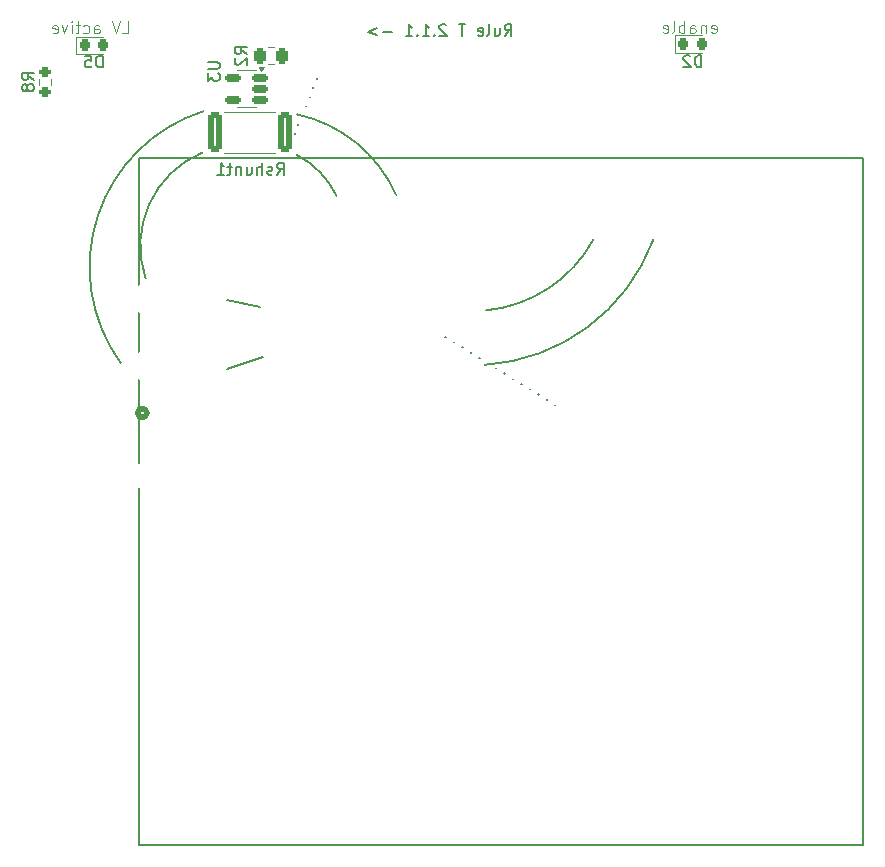
<source format=gbr>
%TF.GenerationSoftware,KiCad,Pcbnew,8.0.6*%
%TF.CreationDate,2025-02-06T23:23:14+01:00*%
%TF.ProjectId,TDK_DCDC_pcb,54444b5f-4443-4444-935f-7063622e6b69,rev?*%
%TF.SameCoordinates,Original*%
%TF.FileFunction,Legend,Bot*%
%TF.FilePolarity,Positive*%
%FSLAX46Y46*%
G04 Gerber Fmt 4.6, Leading zero omitted, Abs format (unit mm)*
G04 Created by KiCad (PCBNEW 8.0.6) date 2025-02-06 23:23:14*
%MOMM*%
%LPD*%
G01*
G04 APERTURE LIST*
G04 Aperture macros list*
%AMRoundRect*
0 Rectangle with rounded corners*
0 $1 Rounding radius*
0 $2 $3 $4 $5 $6 $7 $8 $9 X,Y pos of 4 corners*
0 Add a 4 corners polygon primitive as box body*
4,1,4,$2,$3,$4,$5,$6,$7,$8,$9,$2,$3,0*
0 Add four circle primitives for the rounded corners*
1,1,$1+$1,$2,$3*
1,1,$1+$1,$4,$5*
1,1,$1+$1,$6,$7*
1,1,$1+$1,$8,$9*
0 Add four rect primitives between the rounded corners*
20,1,$1+$1,$2,$3,$4,$5,0*
20,1,$1+$1,$4,$5,$6,$7,0*
20,1,$1+$1,$6,$7,$8,$9,0*
20,1,$1+$1,$8,$9,$2,$3,0*%
%AMRotRect*
0 Rectangle, with rotation*
0 The origin of the aperture is its center*
0 $1 length*
0 $2 width*
0 $3 Rotation angle, in degrees counterclockwise*
0 Add horizontal line*
21,1,$1,$2,0,0,$3*%
G04 Aperture macros list end*
%ADD10C,0.200000*%
%ADD11C,0.100000*%
%ADD12C,0.150000*%
%ADD13C,0.508000*%
%ADD14C,0.152400*%
%ADD15C,0.120000*%
%ADD16C,1.500000*%
%ADD17RotRect,2.400000X2.400000X135.000000*%
%ADD18C,2.400000*%
%ADD19R,2.000000X2.000000*%
%ADD20C,2.000000*%
%ADD21C,7.400000*%
%ADD22RotRect,2.400000X2.400000X45.000000*%
%ADD23C,2.540000*%
%ADD24R,2.400000X2.400000*%
%ADD25C,3.048000*%
%ADD26C,2.362200*%
%ADD27R,1.752600X1.752600*%
%ADD28R,2.768600X2.768600*%
%ADD29RoundRect,0.200000X-0.275000X0.200000X-0.275000X-0.200000X0.275000X-0.200000X0.275000X0.200000X0*%
%ADD30RoundRect,0.218750X-0.218750X-0.256250X0.218750X-0.256250X0.218750X0.256250X-0.218750X0.256250X0*%
%ADD31RoundRect,0.250000X-0.262500X-0.450000X0.262500X-0.450000X0.262500X0.450000X-0.262500X0.450000X0*%
%ADD32RoundRect,0.150000X0.512500X0.150000X-0.512500X0.150000X-0.512500X-0.150000X0.512500X-0.150000X0*%
%ADD33RoundRect,0.250000X0.362500X1.425000X-0.362500X1.425000X-0.362500X-1.425000X0.362500X-1.425000X0*%
G04 APERTURE END LIST*
D10*
X113894676Y-83241658D02*
G75*
G02*
X118700002Y-72584182I8105324J2757478D01*
G01*
X151799286Y-79966623D02*
G75*
G02*
X142716882Y-85948983I-10200086J5600123D01*
G01*
X126730000Y-69360000D02*
G75*
G02*
X135099957Y-76180019I-2497200J-11610800D01*
G01*
X126698362Y-72787327D02*
G75*
G02*
X130060001Y-76260000I-3521762J-6772573D01*
G01*
X123600000Y-85684177D02*
X120800000Y-85084177D01*
X148590000Y-93960000D02*
X148556026Y-93938886D01*
X147876555Y-93516608D02*
X147842582Y-93495494D01*
X147163111Y-93073216D02*
X147129137Y-93052102D01*
X146449666Y-92629824D02*
X146415692Y-92608710D01*
X145736221Y-92186431D02*
X145702247Y-92165318D01*
X145022776Y-91743039D02*
X144988803Y-91721925D01*
X144309332Y-91299647D02*
X144275358Y-91278533D01*
X143595887Y-90856255D02*
X143561913Y-90835141D01*
X142882442Y-90412863D02*
X142848468Y-90391749D01*
X142168997Y-89969471D02*
X142135024Y-89948357D01*
X141455553Y-89526079D02*
X141421579Y-89504965D01*
X140742108Y-89082686D02*
X140708134Y-89061572D01*
X140028663Y-88639294D02*
X139994689Y-88618180D01*
X139315218Y-88195902D02*
X139281245Y-88174788D01*
X123800000Y-89884177D02*
X120800000Y-90884177D01*
X156877327Y-79967409D02*
G75*
G02*
X142581898Y-90563771I-15300027J5700009D01*
G01*
X126500000Y-71000000D02*
X126515234Y-70963014D01*
X126819907Y-70223302D02*
X126835141Y-70186317D01*
X127139814Y-69446605D02*
X127155048Y-69409619D01*
X127459722Y-68669907D02*
X127474955Y-68632921D01*
X127779629Y-67893209D02*
X127794862Y-67856223D01*
X128099536Y-67116511D02*
X128114770Y-67079526D01*
X128419443Y-66339814D02*
X128434677Y-66302828D01*
X111790000Y-90410000D02*
G75*
G02*
X118799999Y-69084173I11203240J8132430D01*
G01*
D11*
X111919925Y-62472419D02*
X112396115Y-62472419D01*
X112396115Y-62472419D02*
X112396115Y-61472419D01*
X111729448Y-61472419D02*
X111396115Y-62472419D01*
X111396115Y-62472419D02*
X111062782Y-61472419D01*
X109538972Y-62472419D02*
X109538972Y-61948609D01*
X109538972Y-61948609D02*
X109586591Y-61853371D01*
X109586591Y-61853371D02*
X109681829Y-61805752D01*
X109681829Y-61805752D02*
X109872305Y-61805752D01*
X109872305Y-61805752D02*
X109967543Y-61853371D01*
X109538972Y-62424800D02*
X109634210Y-62472419D01*
X109634210Y-62472419D02*
X109872305Y-62472419D01*
X109872305Y-62472419D02*
X109967543Y-62424800D01*
X109967543Y-62424800D02*
X110015162Y-62329561D01*
X110015162Y-62329561D02*
X110015162Y-62234323D01*
X110015162Y-62234323D02*
X109967543Y-62139085D01*
X109967543Y-62139085D02*
X109872305Y-62091466D01*
X109872305Y-62091466D02*
X109634210Y-62091466D01*
X109634210Y-62091466D02*
X109538972Y-62043847D01*
X108634210Y-62424800D02*
X108729448Y-62472419D01*
X108729448Y-62472419D02*
X108919924Y-62472419D01*
X108919924Y-62472419D02*
X109015162Y-62424800D01*
X109015162Y-62424800D02*
X109062781Y-62377180D01*
X109062781Y-62377180D02*
X109110400Y-62281942D01*
X109110400Y-62281942D02*
X109110400Y-61996228D01*
X109110400Y-61996228D02*
X109062781Y-61900990D01*
X109062781Y-61900990D02*
X109015162Y-61853371D01*
X109015162Y-61853371D02*
X108919924Y-61805752D01*
X108919924Y-61805752D02*
X108729448Y-61805752D01*
X108729448Y-61805752D02*
X108634210Y-61853371D01*
X108348495Y-61805752D02*
X107967543Y-61805752D01*
X108205638Y-61472419D02*
X108205638Y-62329561D01*
X108205638Y-62329561D02*
X108158019Y-62424800D01*
X108158019Y-62424800D02*
X108062781Y-62472419D01*
X108062781Y-62472419D02*
X107967543Y-62472419D01*
X107634209Y-62472419D02*
X107634209Y-61805752D01*
X107634209Y-61472419D02*
X107681828Y-61520038D01*
X107681828Y-61520038D02*
X107634209Y-61567657D01*
X107634209Y-61567657D02*
X107586590Y-61520038D01*
X107586590Y-61520038D02*
X107634209Y-61472419D01*
X107634209Y-61472419D02*
X107634209Y-61567657D01*
X107253257Y-61805752D02*
X107015162Y-62472419D01*
X107015162Y-62472419D02*
X106777067Y-61805752D01*
X106015162Y-62424800D02*
X106110400Y-62472419D01*
X106110400Y-62472419D02*
X106300876Y-62472419D01*
X106300876Y-62472419D02*
X106396114Y-62424800D01*
X106396114Y-62424800D02*
X106443733Y-62329561D01*
X106443733Y-62329561D02*
X106443733Y-61948609D01*
X106443733Y-61948609D02*
X106396114Y-61853371D01*
X106396114Y-61853371D02*
X106300876Y-61805752D01*
X106300876Y-61805752D02*
X106110400Y-61805752D01*
X106110400Y-61805752D02*
X106015162Y-61853371D01*
X106015162Y-61853371D02*
X105967543Y-61948609D01*
X105967543Y-61948609D02*
X105967543Y-62043847D01*
X105967543Y-62043847D02*
X106443733Y-62139085D01*
D12*
X144291792Y-62719819D02*
X144625125Y-62243628D01*
X144863220Y-62719819D02*
X144863220Y-61719819D01*
X144863220Y-61719819D02*
X144482268Y-61719819D01*
X144482268Y-61719819D02*
X144387030Y-61767438D01*
X144387030Y-61767438D02*
X144339411Y-61815057D01*
X144339411Y-61815057D02*
X144291792Y-61910295D01*
X144291792Y-61910295D02*
X144291792Y-62053152D01*
X144291792Y-62053152D02*
X144339411Y-62148390D01*
X144339411Y-62148390D02*
X144387030Y-62196009D01*
X144387030Y-62196009D02*
X144482268Y-62243628D01*
X144482268Y-62243628D02*
X144863220Y-62243628D01*
X143434649Y-62053152D02*
X143434649Y-62719819D01*
X143863220Y-62053152D02*
X143863220Y-62576961D01*
X143863220Y-62576961D02*
X143815601Y-62672200D01*
X143815601Y-62672200D02*
X143720363Y-62719819D01*
X143720363Y-62719819D02*
X143577506Y-62719819D01*
X143577506Y-62719819D02*
X143482268Y-62672200D01*
X143482268Y-62672200D02*
X143434649Y-62624580D01*
X142815601Y-62719819D02*
X142910839Y-62672200D01*
X142910839Y-62672200D02*
X142958458Y-62576961D01*
X142958458Y-62576961D02*
X142958458Y-61719819D01*
X142053696Y-62672200D02*
X142148934Y-62719819D01*
X142148934Y-62719819D02*
X142339410Y-62719819D01*
X142339410Y-62719819D02*
X142434648Y-62672200D01*
X142434648Y-62672200D02*
X142482267Y-62576961D01*
X142482267Y-62576961D02*
X142482267Y-62196009D01*
X142482267Y-62196009D02*
X142434648Y-62100771D01*
X142434648Y-62100771D02*
X142339410Y-62053152D01*
X142339410Y-62053152D02*
X142148934Y-62053152D01*
X142148934Y-62053152D02*
X142053696Y-62100771D01*
X142053696Y-62100771D02*
X142006077Y-62196009D01*
X142006077Y-62196009D02*
X142006077Y-62291247D01*
X142006077Y-62291247D02*
X142482267Y-62386485D01*
X140958457Y-61719819D02*
X140387029Y-61719819D01*
X140672743Y-62719819D02*
X140672743Y-61719819D01*
X139339409Y-61815057D02*
X139291790Y-61767438D01*
X139291790Y-61767438D02*
X139196552Y-61719819D01*
X139196552Y-61719819D02*
X138958457Y-61719819D01*
X138958457Y-61719819D02*
X138863219Y-61767438D01*
X138863219Y-61767438D02*
X138815600Y-61815057D01*
X138815600Y-61815057D02*
X138767981Y-61910295D01*
X138767981Y-61910295D02*
X138767981Y-62005533D01*
X138767981Y-62005533D02*
X138815600Y-62148390D01*
X138815600Y-62148390D02*
X139387028Y-62719819D01*
X139387028Y-62719819D02*
X138767981Y-62719819D01*
X138339409Y-62624580D02*
X138291790Y-62672200D01*
X138291790Y-62672200D02*
X138339409Y-62719819D01*
X138339409Y-62719819D02*
X138387028Y-62672200D01*
X138387028Y-62672200D02*
X138339409Y-62624580D01*
X138339409Y-62624580D02*
X138339409Y-62719819D01*
X137339410Y-62719819D02*
X137910838Y-62719819D01*
X137625124Y-62719819D02*
X137625124Y-61719819D01*
X137625124Y-61719819D02*
X137720362Y-61862676D01*
X137720362Y-61862676D02*
X137815600Y-61957914D01*
X137815600Y-61957914D02*
X137910838Y-62005533D01*
X136910838Y-62624580D02*
X136863219Y-62672200D01*
X136863219Y-62672200D02*
X136910838Y-62719819D01*
X136910838Y-62719819D02*
X136958457Y-62672200D01*
X136958457Y-62672200D02*
X136910838Y-62624580D01*
X136910838Y-62624580D02*
X136910838Y-62719819D01*
X135910839Y-62719819D02*
X136482267Y-62719819D01*
X136196553Y-62719819D02*
X136196553Y-61719819D01*
X136196553Y-61719819D02*
X136291791Y-61862676D01*
X136291791Y-61862676D02*
X136387029Y-61957914D01*
X136387029Y-61957914D02*
X136482267Y-62005533D01*
X134720362Y-62338866D02*
X133958458Y-62338866D01*
X133482267Y-62053152D02*
X132720363Y-62338866D01*
X132720363Y-62338866D02*
X133482267Y-62624580D01*
D11*
X161805163Y-62414800D02*
X161900401Y-62462419D01*
X161900401Y-62462419D02*
X162090877Y-62462419D01*
X162090877Y-62462419D02*
X162186115Y-62414800D01*
X162186115Y-62414800D02*
X162233734Y-62319561D01*
X162233734Y-62319561D02*
X162233734Y-61938609D01*
X162233734Y-61938609D02*
X162186115Y-61843371D01*
X162186115Y-61843371D02*
X162090877Y-61795752D01*
X162090877Y-61795752D02*
X161900401Y-61795752D01*
X161900401Y-61795752D02*
X161805163Y-61843371D01*
X161805163Y-61843371D02*
X161757544Y-61938609D01*
X161757544Y-61938609D02*
X161757544Y-62033847D01*
X161757544Y-62033847D02*
X162233734Y-62129085D01*
X161328972Y-61795752D02*
X161328972Y-62462419D01*
X161328972Y-61890990D02*
X161281353Y-61843371D01*
X161281353Y-61843371D02*
X161186115Y-61795752D01*
X161186115Y-61795752D02*
X161043258Y-61795752D01*
X161043258Y-61795752D02*
X160948020Y-61843371D01*
X160948020Y-61843371D02*
X160900401Y-61938609D01*
X160900401Y-61938609D02*
X160900401Y-62462419D01*
X159995639Y-62462419D02*
X159995639Y-61938609D01*
X159995639Y-61938609D02*
X160043258Y-61843371D01*
X160043258Y-61843371D02*
X160138496Y-61795752D01*
X160138496Y-61795752D02*
X160328972Y-61795752D01*
X160328972Y-61795752D02*
X160424210Y-61843371D01*
X159995639Y-62414800D02*
X160090877Y-62462419D01*
X160090877Y-62462419D02*
X160328972Y-62462419D01*
X160328972Y-62462419D02*
X160424210Y-62414800D01*
X160424210Y-62414800D02*
X160471829Y-62319561D01*
X160471829Y-62319561D02*
X160471829Y-62224323D01*
X160471829Y-62224323D02*
X160424210Y-62129085D01*
X160424210Y-62129085D02*
X160328972Y-62081466D01*
X160328972Y-62081466D02*
X160090877Y-62081466D01*
X160090877Y-62081466D02*
X159995639Y-62033847D01*
X159519448Y-62462419D02*
X159519448Y-61462419D01*
X159519448Y-61843371D02*
X159424210Y-61795752D01*
X159424210Y-61795752D02*
X159233734Y-61795752D01*
X159233734Y-61795752D02*
X159138496Y-61843371D01*
X159138496Y-61843371D02*
X159090877Y-61890990D01*
X159090877Y-61890990D02*
X159043258Y-61986228D01*
X159043258Y-61986228D02*
X159043258Y-62271942D01*
X159043258Y-62271942D02*
X159090877Y-62367180D01*
X159090877Y-62367180D02*
X159138496Y-62414800D01*
X159138496Y-62414800D02*
X159233734Y-62462419D01*
X159233734Y-62462419D02*
X159424210Y-62462419D01*
X159424210Y-62462419D02*
X159519448Y-62414800D01*
X158471829Y-62462419D02*
X158567067Y-62414800D01*
X158567067Y-62414800D02*
X158614686Y-62319561D01*
X158614686Y-62319561D02*
X158614686Y-61462419D01*
X157709924Y-62414800D02*
X157805162Y-62462419D01*
X157805162Y-62462419D02*
X157995638Y-62462419D01*
X157995638Y-62462419D02*
X158090876Y-62414800D01*
X158090876Y-62414800D02*
X158138495Y-62319561D01*
X158138495Y-62319561D02*
X158138495Y-61938609D01*
X158138495Y-61938609D02*
X158090876Y-61843371D01*
X158090876Y-61843371D02*
X157995638Y-61795752D01*
X157995638Y-61795752D02*
X157805162Y-61795752D01*
X157805162Y-61795752D02*
X157709924Y-61843371D01*
X157709924Y-61843371D02*
X157662305Y-61938609D01*
X157662305Y-61938609D02*
X157662305Y-62033847D01*
X157662305Y-62033847D02*
X158138495Y-62129085D01*
D12*
X104424819Y-66433333D02*
X103948628Y-66100000D01*
X104424819Y-65861905D02*
X103424819Y-65861905D01*
X103424819Y-65861905D02*
X103424819Y-66242857D01*
X103424819Y-66242857D02*
X103472438Y-66338095D01*
X103472438Y-66338095D02*
X103520057Y-66385714D01*
X103520057Y-66385714D02*
X103615295Y-66433333D01*
X103615295Y-66433333D02*
X103758152Y-66433333D01*
X103758152Y-66433333D02*
X103853390Y-66385714D01*
X103853390Y-66385714D02*
X103901009Y-66338095D01*
X103901009Y-66338095D02*
X103948628Y-66242857D01*
X103948628Y-66242857D02*
X103948628Y-65861905D01*
X103853390Y-67004762D02*
X103805771Y-66909524D01*
X103805771Y-66909524D02*
X103758152Y-66861905D01*
X103758152Y-66861905D02*
X103662914Y-66814286D01*
X103662914Y-66814286D02*
X103615295Y-66814286D01*
X103615295Y-66814286D02*
X103520057Y-66861905D01*
X103520057Y-66861905D02*
X103472438Y-66909524D01*
X103472438Y-66909524D02*
X103424819Y-67004762D01*
X103424819Y-67004762D02*
X103424819Y-67195238D01*
X103424819Y-67195238D02*
X103472438Y-67290476D01*
X103472438Y-67290476D02*
X103520057Y-67338095D01*
X103520057Y-67338095D02*
X103615295Y-67385714D01*
X103615295Y-67385714D02*
X103662914Y-67385714D01*
X103662914Y-67385714D02*
X103758152Y-67338095D01*
X103758152Y-67338095D02*
X103805771Y-67290476D01*
X103805771Y-67290476D02*
X103853390Y-67195238D01*
X103853390Y-67195238D02*
X103853390Y-67004762D01*
X103853390Y-67004762D02*
X103901009Y-66909524D01*
X103901009Y-66909524D02*
X103948628Y-66861905D01*
X103948628Y-66861905D02*
X104043866Y-66814286D01*
X104043866Y-66814286D02*
X104234342Y-66814286D01*
X104234342Y-66814286D02*
X104329580Y-66861905D01*
X104329580Y-66861905D02*
X104377200Y-66909524D01*
X104377200Y-66909524D02*
X104424819Y-67004762D01*
X104424819Y-67004762D02*
X104424819Y-67195238D01*
X104424819Y-67195238D02*
X104377200Y-67290476D01*
X104377200Y-67290476D02*
X104329580Y-67338095D01*
X104329580Y-67338095D02*
X104234342Y-67385714D01*
X104234342Y-67385714D02*
X104043866Y-67385714D01*
X104043866Y-67385714D02*
X103948628Y-67338095D01*
X103948628Y-67338095D02*
X103901009Y-67290476D01*
X103901009Y-67290476D02*
X103853390Y-67195238D01*
X160950593Y-65354819D02*
X160950593Y-64354819D01*
X160950593Y-64354819D02*
X160712498Y-64354819D01*
X160712498Y-64354819D02*
X160569641Y-64402438D01*
X160569641Y-64402438D02*
X160474403Y-64497676D01*
X160474403Y-64497676D02*
X160426784Y-64592914D01*
X160426784Y-64592914D02*
X160379165Y-64783390D01*
X160379165Y-64783390D02*
X160379165Y-64926247D01*
X160379165Y-64926247D02*
X160426784Y-65116723D01*
X160426784Y-65116723D02*
X160474403Y-65211961D01*
X160474403Y-65211961D02*
X160569641Y-65307200D01*
X160569641Y-65307200D02*
X160712498Y-65354819D01*
X160712498Y-65354819D02*
X160950593Y-65354819D01*
X159998212Y-64450057D02*
X159950593Y-64402438D01*
X159950593Y-64402438D02*
X159855355Y-64354819D01*
X159855355Y-64354819D02*
X159617260Y-64354819D01*
X159617260Y-64354819D02*
X159522022Y-64402438D01*
X159522022Y-64402438D02*
X159474403Y-64450057D01*
X159474403Y-64450057D02*
X159426784Y-64545295D01*
X159426784Y-64545295D02*
X159426784Y-64640533D01*
X159426784Y-64640533D02*
X159474403Y-64783390D01*
X159474403Y-64783390D02*
X160045831Y-65354819D01*
X160045831Y-65354819D02*
X159426784Y-65354819D01*
X122454819Y-64217510D02*
X121978628Y-63884177D01*
X122454819Y-63646082D02*
X121454819Y-63646082D01*
X121454819Y-63646082D02*
X121454819Y-64027034D01*
X121454819Y-64027034D02*
X121502438Y-64122272D01*
X121502438Y-64122272D02*
X121550057Y-64169891D01*
X121550057Y-64169891D02*
X121645295Y-64217510D01*
X121645295Y-64217510D02*
X121788152Y-64217510D01*
X121788152Y-64217510D02*
X121883390Y-64169891D01*
X121883390Y-64169891D02*
X121931009Y-64122272D01*
X121931009Y-64122272D02*
X121978628Y-64027034D01*
X121978628Y-64027034D02*
X121978628Y-63646082D01*
X121550057Y-64598463D02*
X121502438Y-64646082D01*
X121502438Y-64646082D02*
X121454819Y-64741320D01*
X121454819Y-64741320D02*
X121454819Y-64979415D01*
X121454819Y-64979415D02*
X121502438Y-65074653D01*
X121502438Y-65074653D02*
X121550057Y-65122272D01*
X121550057Y-65122272D02*
X121645295Y-65169891D01*
X121645295Y-65169891D02*
X121740533Y-65169891D01*
X121740533Y-65169891D02*
X121883390Y-65122272D01*
X121883390Y-65122272D02*
X122454819Y-64550844D01*
X122454819Y-64550844D02*
X122454819Y-65169891D01*
X119154819Y-64938095D02*
X119964342Y-64938095D01*
X119964342Y-64938095D02*
X120059580Y-64985714D01*
X120059580Y-64985714D02*
X120107200Y-65033333D01*
X120107200Y-65033333D02*
X120154819Y-65128571D01*
X120154819Y-65128571D02*
X120154819Y-65319047D01*
X120154819Y-65319047D02*
X120107200Y-65414285D01*
X120107200Y-65414285D02*
X120059580Y-65461904D01*
X120059580Y-65461904D02*
X119964342Y-65509523D01*
X119964342Y-65509523D02*
X119154819Y-65509523D01*
X119154819Y-65890476D02*
X119154819Y-66509523D01*
X119154819Y-66509523D02*
X119535771Y-66176190D01*
X119535771Y-66176190D02*
X119535771Y-66319047D01*
X119535771Y-66319047D02*
X119583390Y-66414285D01*
X119583390Y-66414285D02*
X119631009Y-66461904D01*
X119631009Y-66461904D02*
X119726247Y-66509523D01*
X119726247Y-66509523D02*
X119964342Y-66509523D01*
X119964342Y-66509523D02*
X120059580Y-66461904D01*
X120059580Y-66461904D02*
X120107200Y-66414285D01*
X120107200Y-66414285D02*
X120154819Y-66319047D01*
X120154819Y-66319047D02*
X120154819Y-66033333D01*
X120154819Y-66033333D02*
X120107200Y-65938095D01*
X120107200Y-65938095D02*
X120059580Y-65890476D01*
X125014286Y-74454819D02*
X125347619Y-73978628D01*
X125585714Y-74454819D02*
X125585714Y-73454819D01*
X125585714Y-73454819D02*
X125204762Y-73454819D01*
X125204762Y-73454819D02*
X125109524Y-73502438D01*
X125109524Y-73502438D02*
X125061905Y-73550057D01*
X125061905Y-73550057D02*
X125014286Y-73645295D01*
X125014286Y-73645295D02*
X125014286Y-73788152D01*
X125014286Y-73788152D02*
X125061905Y-73883390D01*
X125061905Y-73883390D02*
X125109524Y-73931009D01*
X125109524Y-73931009D02*
X125204762Y-73978628D01*
X125204762Y-73978628D02*
X125585714Y-73978628D01*
X124633333Y-74407200D02*
X124538095Y-74454819D01*
X124538095Y-74454819D02*
X124347619Y-74454819D01*
X124347619Y-74454819D02*
X124252381Y-74407200D01*
X124252381Y-74407200D02*
X124204762Y-74311961D01*
X124204762Y-74311961D02*
X124204762Y-74264342D01*
X124204762Y-74264342D02*
X124252381Y-74169104D01*
X124252381Y-74169104D02*
X124347619Y-74121485D01*
X124347619Y-74121485D02*
X124490476Y-74121485D01*
X124490476Y-74121485D02*
X124585714Y-74073866D01*
X124585714Y-74073866D02*
X124633333Y-73978628D01*
X124633333Y-73978628D02*
X124633333Y-73931009D01*
X124633333Y-73931009D02*
X124585714Y-73835771D01*
X124585714Y-73835771D02*
X124490476Y-73788152D01*
X124490476Y-73788152D02*
X124347619Y-73788152D01*
X124347619Y-73788152D02*
X124252381Y-73835771D01*
X123776190Y-74454819D02*
X123776190Y-73454819D01*
X123347619Y-74454819D02*
X123347619Y-73931009D01*
X123347619Y-73931009D02*
X123395238Y-73835771D01*
X123395238Y-73835771D02*
X123490476Y-73788152D01*
X123490476Y-73788152D02*
X123633333Y-73788152D01*
X123633333Y-73788152D02*
X123728571Y-73835771D01*
X123728571Y-73835771D02*
X123776190Y-73883390D01*
X122442857Y-73788152D02*
X122442857Y-74454819D01*
X122871428Y-73788152D02*
X122871428Y-74311961D01*
X122871428Y-74311961D02*
X122823809Y-74407200D01*
X122823809Y-74407200D02*
X122728571Y-74454819D01*
X122728571Y-74454819D02*
X122585714Y-74454819D01*
X122585714Y-74454819D02*
X122490476Y-74407200D01*
X122490476Y-74407200D02*
X122442857Y-74359580D01*
X121966666Y-73788152D02*
X121966666Y-74454819D01*
X121966666Y-73883390D02*
X121919047Y-73835771D01*
X121919047Y-73835771D02*
X121823809Y-73788152D01*
X121823809Y-73788152D02*
X121680952Y-73788152D01*
X121680952Y-73788152D02*
X121585714Y-73835771D01*
X121585714Y-73835771D02*
X121538095Y-73931009D01*
X121538095Y-73931009D02*
X121538095Y-74454819D01*
X121204761Y-73788152D02*
X120823809Y-73788152D01*
X121061904Y-73454819D02*
X121061904Y-74311961D01*
X121061904Y-74311961D02*
X121014285Y-74407200D01*
X121014285Y-74407200D02*
X120919047Y-74454819D01*
X120919047Y-74454819D02*
X120823809Y-74454819D01*
X119966666Y-74454819D02*
X120538094Y-74454819D01*
X120252380Y-74454819D02*
X120252380Y-73454819D01*
X120252380Y-73454819D02*
X120347618Y-73597676D01*
X120347618Y-73597676D02*
X120442856Y-73692914D01*
X120442856Y-73692914D02*
X120538094Y-73740533D01*
X110250593Y-65384819D02*
X110250593Y-64384819D01*
X110250593Y-64384819D02*
X110012498Y-64384819D01*
X110012498Y-64384819D02*
X109869641Y-64432438D01*
X109869641Y-64432438D02*
X109774403Y-64527676D01*
X109774403Y-64527676D02*
X109726784Y-64622914D01*
X109726784Y-64622914D02*
X109679165Y-64813390D01*
X109679165Y-64813390D02*
X109679165Y-64956247D01*
X109679165Y-64956247D02*
X109726784Y-65146723D01*
X109726784Y-65146723D02*
X109774403Y-65241961D01*
X109774403Y-65241961D02*
X109869641Y-65337200D01*
X109869641Y-65337200D02*
X110012498Y-65384819D01*
X110012498Y-65384819D02*
X110250593Y-65384819D01*
X108774403Y-64384819D02*
X109250593Y-64384819D01*
X109250593Y-64384819D02*
X109298212Y-64861009D01*
X109298212Y-64861009D02*
X109250593Y-64813390D01*
X109250593Y-64813390D02*
X109155355Y-64765771D01*
X109155355Y-64765771D02*
X108917260Y-64765771D01*
X108917260Y-64765771D02*
X108822022Y-64813390D01*
X108822022Y-64813390D02*
X108774403Y-64861009D01*
X108774403Y-64861009D02*
X108726784Y-64956247D01*
X108726784Y-64956247D02*
X108726784Y-65194342D01*
X108726784Y-65194342D02*
X108774403Y-65289580D01*
X108774403Y-65289580D02*
X108822022Y-65337200D01*
X108822022Y-65337200D02*
X108917260Y-65384819D01*
X108917260Y-65384819D02*
X109155355Y-65384819D01*
X109155355Y-65384819D02*
X109250593Y-65337200D01*
X109250593Y-65337200D02*
X109298212Y-65289580D01*
D13*
%TO.C,LV_out1*%
X113994551Y-94632577D02*
G75*
G02*
X113232551Y-94632577I-381000J0D01*
G01*
X113232551Y-94632577D02*
G75*
G02*
X113994551Y-94632577I381000J0D01*
G01*
D14*
%TO.C,U1*%
X113352189Y-73086998D02*
X113352189Y-131252998D01*
X113352189Y-131252998D02*
X174616989Y-131252998D01*
X174616989Y-73086998D02*
X113352189Y-73086998D01*
X174616989Y-131252998D02*
X174616989Y-73086998D01*
D15*
%TO.C,R8*%
X104877500Y-66837258D02*
X104877500Y-66362742D01*
X105922500Y-66837258D02*
X105922500Y-66362742D01*
%TO.C,D2*%
X158727499Y-62665000D02*
X158727499Y-64135000D01*
X158727499Y-64135000D02*
X161012499Y-64135000D01*
X161012499Y-62665000D02*
X158727499Y-62665000D01*
%TO.C,R2*%
X124727064Y-63649177D02*
X124272936Y-63649177D01*
X124727064Y-65119177D02*
X124272936Y-65119177D01*
%TO.C,U3*%
X121600000Y-65624177D02*
X122400000Y-65624176D01*
X121600000Y-68744177D02*
X122400000Y-68744178D01*
X123200000Y-65624177D02*
X122400000Y-65624176D01*
X123200000Y-68744177D02*
X122400000Y-68744178D01*
X123700000Y-65674177D02*
X123460000Y-65344177D01*
X123940000Y-65344177D01*
X123700000Y-65674177D01*
G36*
X123700000Y-65674177D02*
G01*
X123460000Y-65344177D01*
X123940000Y-65344177D01*
X123700000Y-65674177D01*
G37*
%TO.C,Rshunt1*%
X120522936Y-69174177D02*
X124877064Y-69174177D01*
X120522936Y-72594177D02*
X124877064Y-72594177D01*
%TO.C,D5*%
X108027499Y-62765000D02*
X108027499Y-64235000D01*
X108027499Y-64235000D02*
X110312499Y-64235000D01*
X110312499Y-62765000D02*
X108027499Y-62765000D01*
%TD*%
%LPC*%
D16*
%TO.C,C3*%
X131388932Y-112962876D03*
X138460000Y-120033944D03*
%TD*%
D17*
%TO.C,C1*%
X154300000Y-115584177D03*
D18*
X150764466Y-112048643D03*
%TD*%
D19*
%TO.C,C10*%
X110367678Y-72700000D03*
D20*
X105367678Y-72700000D03*
%TD*%
D21*
%TO.C,U6*%
X118590000Y-78030000D03*
%TD*%
D22*
%TO.C,C6*%
X177700000Y-117300000D03*
D18*
X181235534Y-113764466D03*
%TD*%
D16*
%TO.C,C2*%
X142500000Y-116000000D03*
X135428932Y-108928932D03*
%TD*%
D21*
%TO.C,U7*%
X118590000Y-126330000D03*
%TD*%
D19*
%TO.C,C9*%
X133882323Y-99000000D03*
D20*
X138882323Y-99000000D03*
%TD*%
D23*
%TO.C,HV_in1*%
X183639999Y-96540000D03*
X183639999Y-106840000D03*
%TD*%
D19*
%TO.C,C11*%
X113632323Y-100000000D03*
D20*
X118632323Y-100000000D03*
%TD*%
D19*
%TO.C,C8*%
X154604323Y-70485000D03*
D20*
X159604323Y-70485000D03*
%TD*%
D21*
%TO.C,U5*%
X169390000Y-78030000D03*
%TD*%
D18*
%TO.C,F2*%
X138950000Y-89589177D03*
D24*
X138950000Y-86189177D03*
D18*
X125480000Y-89589177D03*
X125480000Y-86189177D03*
%TD*%
D25*
%TO.C,LV_out1*%
X106313550Y-87850777D03*
D26*
X113613551Y-90700779D03*
X113613551Y-85000776D03*
X119113551Y-90700779D03*
X119113550Y-85000775D03*
%TD*%
D27*
%TO.C,U1*%
X152880000Y-126320000D03*
X143990000Y-126320000D03*
X135100000Y-126320000D03*
D28*
X130020000Y-78020000D03*
X135100000Y-78020000D03*
D27*
X140180000Y-78020000D03*
X143990000Y-78020000D03*
X147800000Y-78020000D03*
D28*
X152880000Y-78020000D03*
X157960000Y-78020000D03*
%TD*%
D29*
%TO.C,R8*%
X105400000Y-65775000D03*
X105400000Y-67425000D03*
%TD*%
D30*
%TO.C,D2*%
X159424998Y-63400000D03*
X161000000Y-63400000D03*
%TD*%
D31*
%TO.C,R2*%
X123587500Y-64384177D03*
X125412500Y-64384177D03*
%TD*%
D32*
%TO.C,U3*%
X123537500Y-66234178D03*
X123537500Y-67184177D03*
X123537500Y-68134176D03*
X121262500Y-68134176D03*
X121262500Y-66234178D03*
%TD*%
D33*
%TO.C,Rshunt1*%
X125662500Y-70884177D03*
X119737500Y-70884177D03*
%TD*%
D30*
%TO.C,D5*%
X108724998Y-63500000D03*
X110300000Y-63500000D03*
%TD*%
%LPD*%
M02*

</source>
